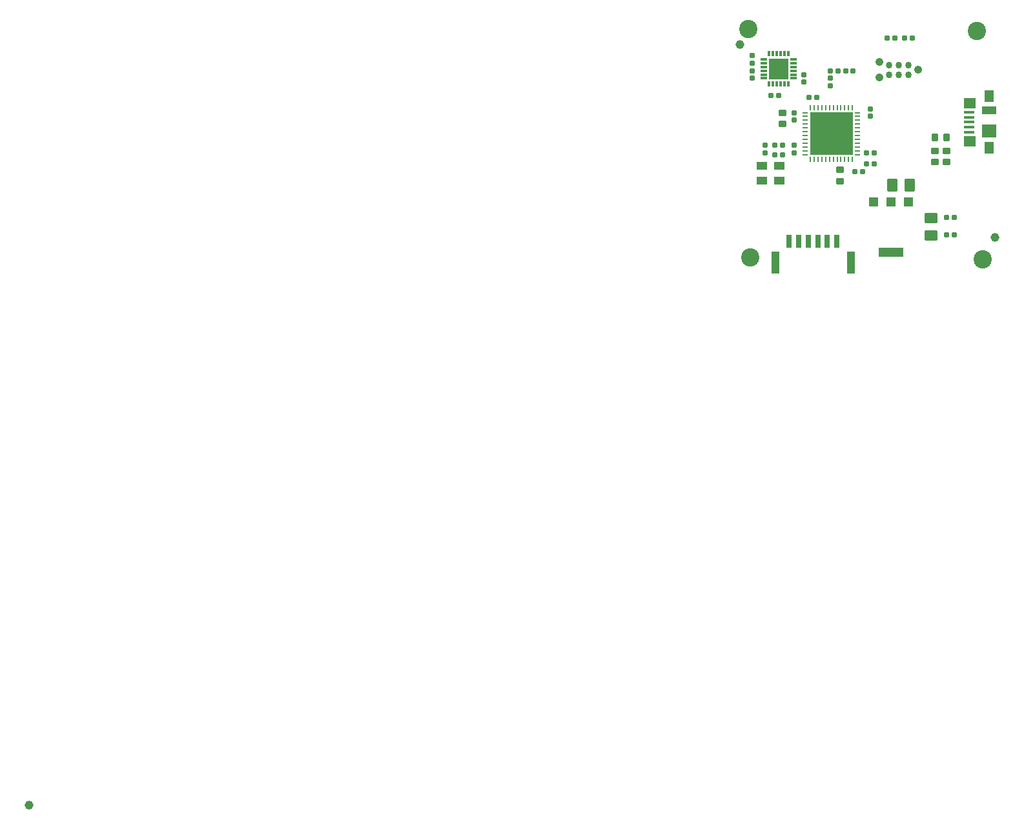
<source format=gbr>
%TF.GenerationSoftware,Altium Limited,Altium Designer,24.4.1 (13)*%
G04 Layer_Color=255*
%FSLAX45Y45*%
%MOMM*%
%TF.SameCoordinates,9860FC65-6E59-49BE-95FE-00A45DA03842*%
%TF.FilePolarity,Positive*%
%TF.FileFunction,Pads,Top*%
%TF.Part,Single*%
G01*
G75*
%TA.AperFunction,SMDPad,CuDef*%
G04:AMPARAMS|DCode=15|XSize=0.6mm|YSize=0.7mm|CornerRadius=0.075mm|HoleSize=0mm|Usage=FLASHONLY|Rotation=90.000|XOffset=0mm|YOffset=0mm|HoleType=Round|Shape=RoundedRectangle|*
%AMROUNDEDRECTD15*
21,1,0.60000,0.55000,0,0,90.0*
21,1,0.45000,0.70000,0,0,90.0*
1,1,0.15000,0.27500,0.22500*
1,1,0.15000,0.27500,-0.22500*
1,1,0.15000,-0.27500,-0.22500*
1,1,0.15000,-0.27500,0.22500*
%
%ADD15ROUNDEDRECTD15*%
G04:AMPARAMS|DCode=16|XSize=0.6mm|YSize=0.7mm|CornerRadius=0.075mm|HoleSize=0mm|Usage=FLASHONLY|Rotation=0.000|XOffset=0mm|YOffset=0mm|HoleType=Round|Shape=RoundedRectangle|*
%AMROUNDEDRECTD16*
21,1,0.60000,0.55000,0,0,0.0*
21,1,0.45000,0.70000,0,0,0.0*
1,1,0.15000,0.22500,-0.27500*
1,1,0.15000,-0.22500,-0.27500*
1,1,0.15000,-0.22500,0.27500*
1,1,0.15000,0.22500,0.27500*
%
%ADD16ROUNDEDRECTD16*%
%ADD17R,5.60000X5.60000*%
%ADD18O,0.25000X0.80000*%
%ADD19O,0.80000X0.25000*%
%ADD20R,1.38000X0.45000*%
%ADD21R,1.55000X1.42500*%
%ADD22R,1.90000X1.00000*%
%ADD23R,1.90000X1.80000*%
%ADD24R,1.30000X1.65000*%
%TA.AperFunction,BGAPad,CuDef*%
%ADD25C,0.86300*%
%TA.AperFunction,SMDPad,CuDef*%
%ADD26R,2.60000X2.70000*%
%ADD27R,0.35000X0.80000*%
%ADD28R,0.85000X0.35000*%
%ADD29R,3.18213X1.25000*%
%ADD30R,1.25000X1.25000*%
G04:AMPARAMS|DCode=31|XSize=0.8mm|YSize=1mm|CornerRadius=0.1mm|HoleSize=0mm|Usage=FLASHONLY|Rotation=180.000|XOffset=0mm|YOffset=0mm|HoleType=Round|Shape=RoundedRectangle|*
%AMROUNDEDRECTD31*
21,1,0.80000,0.80000,0,0,180.0*
21,1,0.60000,1.00000,0,0,180.0*
1,1,0.20000,-0.30000,0.40000*
1,1,0.20000,0.30000,0.40000*
1,1,0.20000,0.30000,-0.40000*
1,1,0.20000,-0.30000,-0.40000*
%
%ADD31ROUNDEDRECTD31*%
G04:AMPARAMS|DCode=32|XSize=0.8mm|YSize=1mm|CornerRadius=0.1mm|HoleSize=0mm|Usage=FLASHONLY|Rotation=90.000|XOffset=0mm|YOffset=0mm|HoleType=Round|Shape=RoundedRectangle|*
%AMROUNDEDRECTD32*
21,1,0.80000,0.80000,0,0,90.0*
21,1,0.60000,1.00000,0,0,90.0*
1,1,0.20000,0.40000,0.30000*
1,1,0.20000,0.40000,-0.30000*
1,1,0.20000,-0.40000,-0.30000*
1,1,0.20000,-0.40000,0.30000*
%
%ADD32ROUNDEDRECTD32*%
G04:AMPARAMS|DCode=33|XSize=1.4mm|YSize=1.7mm|CornerRadius=0.175mm|HoleSize=0mm|Usage=FLASHONLY|Rotation=270.000|XOffset=0mm|YOffset=0mm|HoleType=Round|Shape=RoundedRectangle|*
%AMROUNDEDRECTD33*
21,1,1.40000,1.35000,0,0,270.0*
21,1,1.05000,1.70000,0,0,270.0*
1,1,0.35000,-0.67500,-0.52500*
1,1,0.35000,-0.67500,0.52500*
1,1,0.35000,0.67500,0.52500*
1,1,0.35000,0.67500,-0.52500*
%
%ADD33ROUNDEDRECTD33*%
G04:AMPARAMS|DCode=34|XSize=1.4mm|YSize=1.7mm|CornerRadius=0.175mm|HoleSize=0mm|Usage=FLASHONLY|Rotation=180.000|XOffset=0mm|YOffset=0mm|HoleType=Round|Shape=RoundedRectangle|*
%AMROUNDEDRECTD34*
21,1,1.40000,1.35000,0,0,180.0*
21,1,1.05000,1.70000,0,0,180.0*
1,1,0.35000,-0.52500,0.67500*
1,1,0.35000,0.52500,0.67500*
1,1,0.35000,0.52500,-0.67500*
1,1,0.35000,-0.52500,-0.67500*
%
%ADD34ROUNDEDRECTD34*%
%ADD35R,0.65000X1.70000*%
%ADD36R,1.00000X2.90000*%
G04:AMPARAMS|DCode=37|XSize=1.3mm|YSize=1.1mm|CornerRadius=0.055mm|HoleSize=0mm|Usage=FLASHONLY|Rotation=0.000|XOffset=0mm|YOffset=0mm|HoleType=Round|Shape=RoundedRectangle|*
%AMROUNDEDRECTD37*
21,1,1.30000,0.99000,0,0,0.0*
21,1,1.19000,1.10000,0,0,0.0*
1,1,0.11000,0.59500,-0.49500*
1,1,0.11000,-0.59500,-0.49500*
1,1,0.11000,-0.59500,0.49500*
1,1,0.11000,0.59500,0.49500*
%
%ADD37ROUNDEDRECTD37*%
%TA.AperFunction,ViaPad*%
%ADD42C,1.15200*%
%TA.AperFunction,ComponentPad*%
%ADD43C,1.06700*%
%TA.AperFunction,ViaPad*%
%ADD44C,2.40000*%
D15*
X412500Y1575000D02*
D03*
Y1675000D02*
D03*
X787500Y1575000D02*
D03*
Y1675000D02*
D03*
X912500Y2500000D02*
D03*
Y2600000D02*
D03*
X237500Y2850000D02*
D03*
Y2750000D02*
D03*
X237500Y2650000D02*
D03*
Y2550000D02*
D03*
X1262500Y2450000D02*
D03*
Y2550000D02*
D03*
X1787500Y2150000D02*
D03*
Y2050000D02*
D03*
X787500Y2100000D02*
D03*
Y2000000D02*
D03*
D16*
X1737500Y1425000D02*
D03*
X1837500D02*
D03*
X637501Y1550000D02*
D03*
X537501D02*
D03*
X487500Y2325000D02*
D03*
X587500D02*
D03*
X537500Y1675000D02*
D03*
X637500D02*
D03*
X2787500Y500000D02*
D03*
X2887500D02*
D03*
Y725000D02*
D03*
X2787500D02*
D03*
X1262500Y2650000D02*
D03*
X1362500D02*
D03*
X1562500D02*
D03*
X1462500D02*
D03*
X1837500Y1575000D02*
D03*
X1737500D02*
D03*
X2337500Y3075000D02*
D03*
X2237500D02*
D03*
X2112500D02*
D03*
X2012500D02*
D03*
X987500Y2300000D02*
D03*
X1087500D02*
D03*
X1687500Y1325000D02*
D03*
X1587500D02*
D03*
D17*
X1277500Y1825000D02*
D03*
D18*
X1002500Y2165000D02*
D03*
X1052500D02*
D03*
X1102500D02*
D03*
X1152500D02*
D03*
X1202500D02*
D03*
X1252500D02*
D03*
X1302500D02*
D03*
X1352500D02*
D03*
X1402500D02*
D03*
X1452500D02*
D03*
X1502500D02*
D03*
X1552500D02*
D03*
Y1485000D02*
D03*
X1502500D02*
D03*
X1452500D02*
D03*
X1402500D02*
D03*
X1352500D02*
D03*
X1302500D02*
D03*
X1252500D02*
D03*
X1202500D02*
D03*
X1152500D02*
D03*
X1102500D02*
D03*
X1052500D02*
D03*
X1002500D02*
D03*
D19*
X1617500Y2100000D02*
D03*
Y2050000D02*
D03*
Y2000000D02*
D03*
Y1950000D02*
D03*
Y1900000D02*
D03*
Y1850000D02*
D03*
Y1800000D02*
D03*
Y1750000D02*
D03*
Y1700000D02*
D03*
Y1650000D02*
D03*
Y1600000D02*
D03*
Y1550000D02*
D03*
X937500D02*
D03*
Y1600000D02*
D03*
Y1650000D02*
D03*
Y1700000D02*
D03*
Y1750000D02*
D03*
Y1800000D02*
D03*
Y1850000D02*
D03*
Y1900000D02*
D03*
Y1950000D02*
D03*
Y2000000D02*
D03*
Y2050000D02*
D03*
Y2100000D02*
D03*
D20*
X3081500Y2105000D02*
D03*
Y2040000D02*
D03*
Y1975000D02*
D03*
Y1910000D02*
D03*
Y1845000D02*
D03*
D21*
X3090000Y2223750D02*
D03*
Y1726250D02*
D03*
D22*
X3347500Y2130000D02*
D03*
D23*
Y1860000D02*
D03*
D24*
Y2312500D02*
D03*
Y1637500D02*
D03*
D25*
X2291500Y2598000D02*
D03*
X2037500D02*
D03*
X2164500D02*
D03*
X2037500Y2725000D02*
D03*
X2164500D02*
D03*
X2291500D02*
D03*
D26*
X587500Y2675000D02*
D03*
D27*
X462500Y2475000D02*
D03*
X512500D02*
D03*
X562500D02*
D03*
X612500D02*
D03*
X662500D02*
D03*
X712500D02*
D03*
X462500Y2875000D02*
D03*
X512500D02*
D03*
X562500D02*
D03*
X612500D02*
D03*
X662500D02*
D03*
X712500D02*
D03*
D28*
X785000Y2550000D02*
D03*
Y2600000D02*
D03*
Y2650000D02*
D03*
Y2700000D02*
D03*
Y2750000D02*
D03*
Y2800000D02*
D03*
X390000Y2550000D02*
D03*
Y2600000D02*
D03*
Y2650000D02*
D03*
Y2700000D02*
D03*
Y2750000D02*
D03*
Y2800000D02*
D03*
D29*
X2062500Y270500D02*
D03*
D30*
X1833500Y929500D02*
D03*
X2062500D02*
D03*
X2291500D02*
D03*
D31*
X2637500Y1775000D02*
D03*
X2787500D02*
D03*
D32*
X2637500Y1450000D02*
D03*
Y1600000D02*
D03*
X2787500Y1450000D02*
D03*
Y1600000D02*
D03*
X1387500Y1200000D02*
D03*
Y1350000D02*
D03*
X637500Y1950000D02*
D03*
Y2100000D02*
D03*
D33*
X2587500Y714300D02*
D03*
Y485700D02*
D03*
D34*
X2301800Y1150000D02*
D03*
X2073200D02*
D03*
D35*
X725000Y415000D02*
D03*
X850000D02*
D03*
X1100000D02*
D03*
X1225000D02*
D03*
X975000D02*
D03*
X1350000D02*
D03*
D36*
X540000Y135000D02*
D03*
X1535000D02*
D03*
D37*
X592500Y1210000D02*
D03*
Y1400000D02*
D03*
X362500Y1210000D02*
D03*
Y1400000D02*
D03*
D42*
X3425000Y465000D02*
D03*
X75000Y2995000D02*
D03*
X-9247300Y-6984800D02*
D03*
D43*
X1910500Y2763100D02*
D03*
Y2559900D02*
D03*
X2418500Y2661500D02*
D03*
D44*
X3262500Y175000D02*
D03*
X212500Y200000D02*
D03*
X3187500Y3175000D02*
D03*
X187500Y3200000D02*
D03*
%TF.MD5,89882a61bc200bd4c7848228ae54106b*%
M02*

</source>
